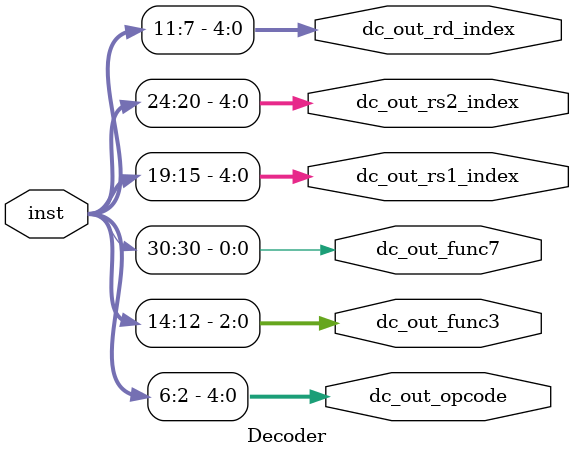
<source format=v>
module Decoder(
    input [31:0] inst,
    output [4:0] dc_out_opcode,
    output [2:0] dc_out_func3,
    output dc_out_func7,
    output [4:0] dc_out_rs1_index,
    output [4:0] dc_out_rs2_index,
    output [4:0] dc_out_rd_index
);
    assign dc_out_opcode = inst [6:2];
    assign dc_out_func3 = inst [14:12];
    assign dc_out_func7 = inst [30];
    assign dc_out_rs1_index = inst [19:15];
    assign dc_out_rs2_index = inst [24:20];
    assign dc_out_rd_index = inst [11:7];
endmodule
</source>
